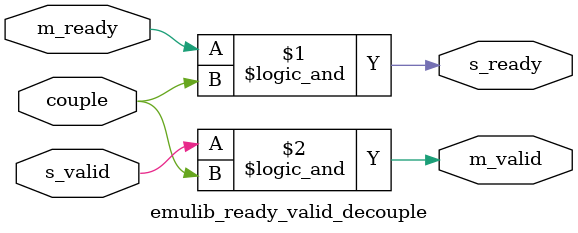
<source format=v>
`resetall
`timescale 1ns / 1ps
`default_nettype none

module emulib_ready_valid_decouple #(
    parameter   DECOUPLE_S  = 1,
    parameter   DECOUPLE_M  = 1
)(
    input  wire     s_valid,
    output wire     s_ready,

    output wire     m_valid,
    input  wire     m_ready,

    input  wire     couple
);

    if (DECOUPLE_S)
        assign s_ready = m_ready && couple;
    else
        assign s_ready = m_ready;

    if (DECOUPLE_M)
        assign m_valid = s_valid && couple;
    else
        assign m_valid = s_valid;

endmodule

`resetall

</source>
